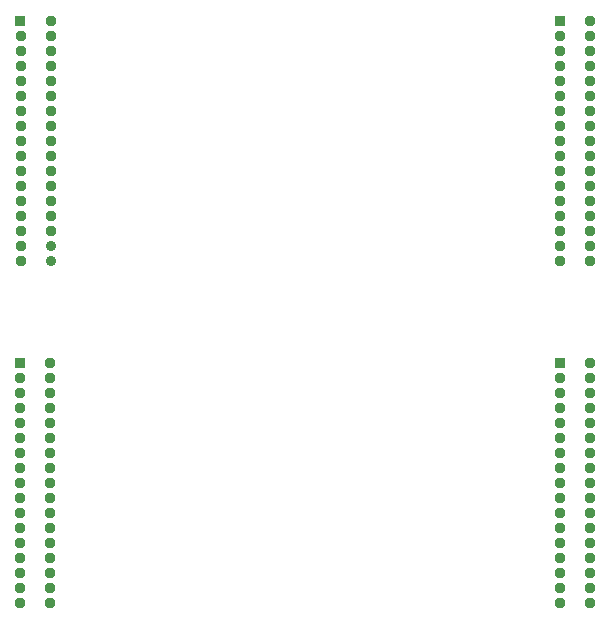
<source format=gbr>
%TF.GenerationSoftware,KiCad,Pcbnew,(6.0.9)*%
%TF.CreationDate,2023-01-22T20:54:45-05:00*%
%TF.ProjectId,Temps_North_DCT_HSK,54656d70-735f-44e6-9f72-74685f444354,rev?*%
%TF.SameCoordinates,Original*%
%TF.FileFunction,Soldermask,Top*%
%TF.FilePolarity,Negative*%
%FSLAX46Y46*%
G04 Gerber Fmt 4.6, Leading zero omitted, Abs format (unit mm)*
G04 Created by KiCad (PCBNEW (6.0.9)) date 2023-01-22 20:54:45*
%MOMM*%
%LPD*%
G01*
G04 APERTURE LIST*
%ADD10R,0.940800X0.940800*%
%ADD11C,0.940800*%
%ADD12C,0.890000*%
G04 APERTURE END LIST*
D10*
%TO.C,J2*%
X93944440Y-79857600D03*
D11*
X96504760Y-79857600D03*
X93954600Y-81127600D03*
X96494600Y-81127600D03*
X93954600Y-82397600D03*
X96494600Y-82397600D03*
X93954600Y-83667600D03*
X96494600Y-83667600D03*
X93954600Y-84937600D03*
X96494600Y-84937600D03*
X93954600Y-86207600D03*
X96494600Y-86207600D03*
X93954600Y-87477600D03*
X96494600Y-87477600D03*
X93954600Y-88747600D03*
X96494600Y-88747600D03*
X93954600Y-90017600D03*
X96494600Y-90017600D03*
X93954600Y-91287600D03*
X96494600Y-91287600D03*
X93954600Y-92557600D03*
X96494600Y-92557600D03*
X93954600Y-93827600D03*
X96494600Y-93827600D03*
X93954600Y-95097600D03*
X96494600Y-95097600D03*
X93954600Y-96367600D03*
X96494600Y-96367600D03*
X93954600Y-97637600D03*
X96494600Y-97637600D03*
X93954600Y-98907600D03*
X96494600Y-98907600D03*
X93954600Y-100177600D03*
X96494600Y-100177600D03*
%TD*%
D10*
%TO.C,J3*%
X139664440Y-50952400D03*
D11*
X142224760Y-50952400D03*
X139674600Y-52222400D03*
X142214600Y-52222400D03*
X139674600Y-53492400D03*
X142214600Y-53492400D03*
X139674600Y-54762400D03*
X142214600Y-54762400D03*
X139674600Y-56032400D03*
X142214600Y-56032400D03*
X139674600Y-57302400D03*
X142214600Y-57302400D03*
X139674600Y-58572400D03*
X142214600Y-58572400D03*
X139674600Y-59842400D03*
X142214600Y-59842400D03*
X139674600Y-61112400D03*
X142214600Y-61112400D03*
X139674600Y-62382400D03*
X142214600Y-62382400D03*
X139674600Y-63652400D03*
X142214600Y-63652400D03*
X139674600Y-64922400D03*
X142214600Y-64922400D03*
X139674600Y-66192400D03*
X142214600Y-66192400D03*
X139674600Y-67462400D03*
X142214600Y-67462400D03*
X139674600Y-68732400D03*
X142214600Y-68732400D03*
X139674600Y-70002400D03*
X142214600Y-70002400D03*
X139674600Y-71272400D03*
X142214600Y-71272400D03*
%TD*%
D10*
%TO.C,J4*%
X139659840Y-79857600D03*
D11*
X142220160Y-79857600D03*
X139670000Y-81127600D03*
X142210000Y-81127600D03*
X139670000Y-82397600D03*
X142210000Y-82397600D03*
X139670000Y-83667600D03*
X142210000Y-83667600D03*
X139670000Y-84937600D03*
X142210000Y-84937600D03*
X139670000Y-86207600D03*
X142210000Y-86207600D03*
X139670000Y-87477600D03*
X142210000Y-87477600D03*
X139670000Y-88747600D03*
X142210000Y-88747600D03*
X139670000Y-90017600D03*
X142210000Y-90017600D03*
X139670000Y-91287600D03*
X142210000Y-91287600D03*
X139670000Y-92557600D03*
X142210000Y-92557600D03*
X139670000Y-93827600D03*
X142210000Y-93827600D03*
X139670000Y-95097600D03*
X142210000Y-95097600D03*
X139670000Y-96367600D03*
X142210000Y-96367600D03*
X139670000Y-97637600D03*
X142210000Y-97637600D03*
X139670000Y-98907600D03*
X142210000Y-98907600D03*
X139670000Y-100177600D03*
X142210000Y-100177600D03*
%TD*%
D10*
%TO.C,J1*%
X93969840Y-50901600D03*
D11*
X96530160Y-50901600D03*
X93980000Y-52171600D03*
X96520000Y-52171600D03*
X93980000Y-53441600D03*
X96520000Y-53441600D03*
X93980000Y-54711600D03*
X96520000Y-54711600D03*
X93980000Y-55981600D03*
X96520000Y-55981600D03*
X93980000Y-57251600D03*
X96520000Y-57251600D03*
X93980000Y-58521600D03*
X96520000Y-58521600D03*
X93980000Y-59791600D03*
X96520000Y-59791600D03*
X93980000Y-61061600D03*
X96520000Y-61061600D03*
X93980000Y-62331600D03*
X96520000Y-62331600D03*
X93980000Y-63601600D03*
X96520000Y-63601600D03*
X93980000Y-64871600D03*
X96520000Y-64871600D03*
X93980000Y-66141600D03*
X96520000Y-66141600D03*
X93980000Y-67411600D03*
X96520000Y-67411600D03*
X93980000Y-68681600D03*
X96520000Y-68681600D03*
X93980000Y-69951600D03*
D12*
X96520000Y-69951600D03*
D11*
X93980000Y-71221600D03*
D12*
X96520000Y-71221600D03*
%TD*%
M02*

</source>
